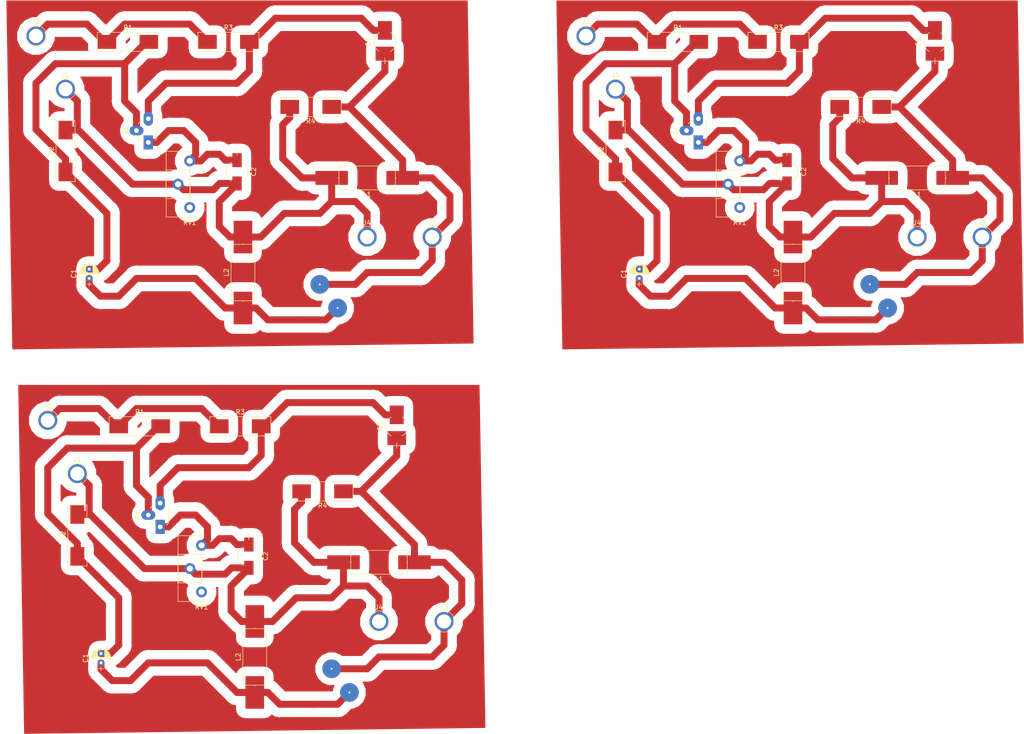
<source format=kicad_pcb>
(kicad_pcb (version 20171130) (host pcbnew "(5.0.1)-4")
  (layers (0 F.Cu signal) (31 B.Cu signal) (34 B.Paste user) (35 F.Paste user) (36 B.SilkS user) (37 F.SilkS user) (38 B.Mask user) (39 F.Mask user) (44 Edge.Cuts user))
  (net 0 "")
  (net 1 "Net-(C1-Pad2)")
  (net 2 "Net-(C1-Pad1)")
  (net 3 "Net-(C2-Pad1)")
  (net 4 "Net-(C3-Pad2)")
  (net 5 "Net-(C3-Pad1)")
  (net 6 "Net-(J1-Pad1)")
  (net 7 "Net-(RV1-Pad1)")
  (net 8 GND)
  (net 9 "Net-(J2-Pad1)")
  (module Inductors_THT:L_Axial_L12.0mm_D5.0mm_P15.24mm_Horizontal_Fastron_MISC (layer F.Cu) (at 118.11 142.24 180)
    (fp_text reference L1 (at 7.62 -3.56 180) (layer F.SilkS))
    (fp_text value L)
    (pad 1 smd rect (at 0 0 180) (size 7 3) (layers F.Cu F.Paste F.Mask))
    (pad 2 smd rect (at 15.24 0 180) (size 7 3) (layers F.Cu F.Paste F.Mask))
  )
  (module TO_SOT_Packages_THT:TO-92_Rugged (layer F.Cu) (at 63.5 134.62 90)
    (fp_text reference Q1 (at 2.54 -4.83 90) (layer F.SilkS))
    (fp_text value 2N3904)
    (pad 2 thru_hole oval (at 2.54 -2.54 180) (size 3 2) (drill 1) (layers *.Cu *.Mask))
    (pad 1 thru_hole rect (at 0 0 180) (size 2 3) (drill 1) (layers *.Cu *.Mask))
    (pad 3 thru_hole oval (at 5.08 0 180) (size 2 3) (drill 1) (layers *.Cu *.Mask))
  )
  (module Inductors_THT:L_Axial_L12.0mm_D5.0mm_P15.24mm_Horizontal_Fastron_MISC (layer F.Cu) (at 83.82 170.18 90)
    (fp_text reference L2 (at 7.62 -3.56 90) (layer F.SilkS))
    (fp_text value L)
    (pad 2 smd rect (at 15.24 0 90) (size 7 4) (layers F.Cu F.Paste F.Mask))
    (pad 1 smd rect (at 0 0 90) (size 7 4) (layers F.Cu F.Paste F.Mask))
  )
  (module Potentiometers:Potentiometer_Trimmer_ACP_CA14h2.5_Vertical_Px2.5mm_Py10.0mm (layer F.Cu) (at 72.39 148.59 180)
    (fp_text reference RV1 (at 0 -3.25 180) (layer F.SilkS))
    (fp_text value R_POT_Dual_Separate)
    (pad 3 thru_hole circle (at 0 10 180) (size 2.34 2.34) (drill 1.3) (layers *.Cu *.Mask))
    (pad 2 thru_hole circle (at 2.5 5 180) (size 2.34 2.34) (drill 1.3) (layers *.Cu *.Mask))
    (pad 1 thru_hole circle (at 0 0 180) (size 2.34 2.34) (drill 1.3) (layers *.Cu *.Mask))
  )
  (module Connectors:1pin (layer F.Cu) (at 39.37 111.76)
    (fp_text reference J2 (at 0 -3.048) (layer F.SilkS))
    (fp_text value Conn_01x01_Female)
    (pad 1 thru_hole circle (at 0 0) (size 4.064 4.064) (drill 3.048) (layers *.Cu *.Mask))
  )
  (module Connectors:1pin (layer F.Cu) (at 110.49 154.94)
    (fp_text reference J4 (at 0 -3.048) (layer F.SilkS))
    (fp_text value Conn_01x01_Female)
    (pad 1 thru_hole circle (at 0 0) (size 4.064 4.064) (drill 3.048) (layers *.Cu *.Mask))
  )
  (module Resistors_THT:R_Box_L13.0mm_W4.0mm_P9.00mm (layer F.Cu) (at 76.2 113.03)
    (fp_text reference R3 (at 4.5 -3.06) (layer F.SilkS))
    (fp_text value R)
    (pad 1 smd rect (at 0 0) (size 4 3) (layers F.Cu F.Paste F.Mask))
    (pad 2 smd rect (at 9 0) (size 4 3) (layers F.Cu F.Paste F.Mask))
  )
  (module Resistors_THT:R_Box_L13.0mm_W4.0mm_P9.00mm (layer F.Cu) (at 102.87 127 180)
    (fp_text reference R4 (at 4.5 -3.06 180) (layer F.SilkS))
    (fp_text value R)
    (pad 2 smd rect (at 9 0 180) (size 4 3) (layers F.Cu F.Paste F.Mask))
    (pad 1 smd rect (at 0 0 180) (size 4 3) (layers F.Cu F.Paste F.Mask))
  )
  (module Connectors:1pin (layer F.Cu) (at 45.72 123.19)
    (fp_text reference J1 (at 0 -3.048) (layer F.SilkS))
    (fp_text value Conn_01x01_Female)
    (pad 1 thru_hole circle (at 0 0) (size 4.064 4.064) (drill 3.048) (layers *.Cu *.Mask))
  )
  (module Resistors_THT:R_Box_L13.0mm_W4.0mm_P9.00mm (layer F.Cu) (at 45.72 140.97 90)
    (fp_text reference R2 (at 4.5 -3.06 90) (layer F.SilkS))
    (fp_text value R)
    (pad 2 smd rect (at 9 0 90) (size 4 3) (layers F.Cu F.Paste F.Mask))
    (pad 1 smd rect (at 0 0 90) (size 4 3) (layers F.Cu F.Paste F.Mask))
  )
  (module Resistors_THT:R_Box_L13.0mm_W4.0mm_P9.00mm (layer F.Cu) (at 54.61 113.03)
    (fp_text reference R1 (at 4.5 -3.06) (layer F.SilkS))
    (fp_text value R)
    (pad 1 smd rect (at 0 0) (size 4 3) (layers F.Cu F.Paste F.Mask))
    (pad 2 smd rect (at 9 0) (size 4 3) (layers F.Cu F.Paste F.Mask))
  )
  (module Capacitors_THT:CP_Radial_Tantal_D4.5mm_P5.00mm (layer F.Cu) (at 114.3 115.57 90)
    (fp_text reference C3 (at 2.5 -3.56 90) (layer F.SilkS))
    (fp_text value C)
    (pad 1 smd rect (at 0 0 90) (size 3 4) (layers F.Cu F.Paste F.Mask))
    (pad 2 smd rect (at 5 0 90) (size 4 3) (layers F.Cu F.Paste F.Mask))
  )
  (module Connectors:1pin (layer F.Cu) (at 124.46 154.94)
    (fp_text reference J3 (at 0 -3.048) (layer F.SilkS))
    (fp_text value Conn_01x01_Female)
    (pad 1 thru_hole circle (at 0 0) (size 4.064 4.064) (drill 3.048) (layers *.Cu *.Mask))
  )
  (module Capacitors_THT:CP_Radial_Tantal_D4.5mm_P5.00mm (layer F.Cu) (at 82.55 138.43 270)
    (fp_text reference C2 (at 2.5 -3.56 270) (layer F.SilkS))
    (fp_text value C)
    (pad 2 smd rect (at 5 0 270) (size 3 2) (layers F.Cu F.Paste F.Mask Dwgs.User))
    (pad 1 smd rect (at 0 0 270) (size 3 2) (layers F.Cu F.Paste F.Mask))
  )
  (module Capacitors_THT:CP_Radial_D4.0mm_P2.00mm (layer F.Cu) (at 50.8 163.83 90)
    (fp_text reference C1 (at 1 -3.31 90) (layer F.SilkS))
    (fp_text value C)
    (pad 1 thru_hole rect (at 0 0 90) (size 1.2 1.2) (drill 0.6) (layers *.Cu *.Mask))
    (pad 2 thru_hole rect (at 2 0 90) (size 1.2 1.2) (drill 0.6) (layers *.Cu *.Mask))
  )
  (module Inductors_THT:L_Axial_L12.0mm_D5.0mm_P15.24mm_Horizontal_Fastron_MISC (layer F.Cu) (at 233.68 59.69 180)
    (fp_text reference L1 (at 7.62 -3.56 180) (layer F.SilkS))
    (fp_text value L)
    (pad 1 smd rect (at 0 0 180) (size 7 3) (layers F.Cu F.Paste F.Mask))
    (pad 2 smd rect (at 15.24 0 180) (size 7 3) (layers F.Cu F.Paste F.Mask))
  )
  (module TO_SOT_Packages_THT:TO-92_Rugged (layer F.Cu) (at 179.07 52.07 90)
    (fp_text reference Q1 (at 2.54 -4.83 90) (layer F.SilkS))
    (fp_text value 2N3904)
    (pad 2 thru_hole oval (at 2.54 -2.54 180) (size 3 2) (drill 1) (layers *.Cu *.Mask))
    (pad 1 thru_hole rect (at 0 0 180) (size 2 3) (drill 1) (layers *.Cu *.Mask))
    (pad 3 thru_hole oval (at 5.08 0 180) (size 2 3) (drill 1) (layers *.Cu *.Mask))
  )
  (module Inductors_THT:L_Axial_L12.0mm_D5.0mm_P15.24mm_Horizontal_Fastron_MISC (layer F.Cu) (at 199.39 87.63 90)
    (fp_text reference L2 (at 7.62 -3.56 90) (layer F.SilkS))
    (fp_text value L)
    (pad 2 smd rect (at 15.24 0 90) (size 7 4) (layers F.Cu F.Paste F.Mask))
    (pad 1 smd rect (at 0 0 90) (size 7 4) (layers F.Cu F.Paste F.Mask))
  )
  (module Potentiometers:Potentiometer_Trimmer_ACP_CA14h2.5_Vertical_Px2.5mm_Py10.0mm (layer F.Cu) (at 187.96 66.04 180)
    (fp_text reference RV1 (at 0 -3.25 180) (layer F.SilkS))
    (fp_text value R_POT_Dual_Separate)
    (pad 3 thru_hole circle (at 0 10 180) (size 2.34 2.34) (drill 1.3) (layers *.Cu *.Mask))
    (pad 2 thru_hole circle (at 2.5 5 180) (size 2.34 2.34) (drill 1.3) (layers *.Cu *.Mask))
    (pad 1 thru_hole circle (at 0 0 180) (size 2.34 2.34) (drill 1.3) (layers *.Cu *.Mask))
  )
  (module Connectors:1pin (layer F.Cu) (at 154.94 29.21)
    (fp_text reference J2 (at 0 -3.048) (layer F.SilkS))
    (fp_text value Conn_01x01_Female)
    (pad 1 thru_hole circle (at 0 0) (size 4.064 4.064) (drill 3.048) (layers *.Cu *.Mask))
  )
  (module Connectors:1pin (layer F.Cu) (at 226.06 72.39)
    (fp_text reference J4 (at 0 -3.048) (layer F.SilkS))
    (fp_text value Conn_01x01_Female)
    (pad 1 thru_hole circle (at 0 0) (size 4.064 4.064) (drill 3.048) (layers *.Cu *.Mask))
  )
  (module Resistors_THT:R_Box_L13.0mm_W4.0mm_P9.00mm (layer F.Cu) (at 191.77 30.48)
    (fp_text reference R3 (at 4.5 -3.06) (layer F.SilkS))
    (fp_text value R)
    (pad 1 smd rect (at 0 0) (size 4 3) (layers F.Cu F.Paste F.Mask))
    (pad 2 smd rect (at 9 0) (size 4 3) (layers F.Cu F.Paste F.Mask))
  )
  (module Resistors_THT:R_Box_L13.0mm_W4.0mm_P9.00mm (layer F.Cu) (at 218.44 44.45 180)
    (fp_text reference R4 (at 4.5 -3.06 180) (layer F.SilkS))
    (fp_text value R)
    (pad 2 smd rect (at 9 0 180) (size 4 3) (layers F.Cu F.Paste F.Mask))
    (pad 1 smd rect (at 0 0 180) (size 4 3) (layers F.Cu F.Paste F.Mask))
  )
  (module Connectors:1pin (layer F.Cu) (at 161.29 40.64)
    (fp_text reference J1 (at 0 -3.048) (layer F.SilkS))
    (fp_text value Conn_01x01_Female)
    (pad 1 thru_hole circle (at 0 0) (size 4.064 4.064) (drill 3.048) (layers *.Cu *.Mask))
  )
  (module Resistors_THT:R_Box_L13.0mm_W4.0mm_P9.00mm (layer F.Cu) (at 161.29 58.42 90)
    (fp_text reference R2 (at 4.5 -3.06 90) (layer F.SilkS))
    (fp_text value R)
    (pad 2 smd rect (at 9 0 90) (size 4 3) (layers F.Cu F.Paste F.Mask))
    (pad 1 smd rect (at 0 0 90) (size 4 3) (layers F.Cu F.Paste F.Mask))
  )
  (module Resistors_THT:R_Box_L13.0mm_W4.0mm_P9.00mm (layer F.Cu) (at 170.18 30.48)
    (fp_text reference R1 (at 4.5 -3.06) (layer F.SilkS))
    (fp_text value R)
    (pad 1 smd rect (at 0 0) (size 4 3) (layers F.Cu F.Paste F.Mask))
    (pad 2 smd rect (at 9 0) (size 4 3) (layers F.Cu F.Paste F.Mask))
  )
  (module Capacitors_THT:CP_Radial_Tantal_D4.5mm_P5.00mm (layer F.Cu) (at 229.87 33.02 90)
    (fp_text reference C3 (at 2.5 -3.56 90) (layer F.SilkS))
    (fp_text value C)
    (pad 1 smd rect (at 0 0 90) (size 3 4) (layers F.Cu F.Paste F.Mask))
    (pad 2 smd rect (at 5 0 90) (size 4 3) (layers F.Cu F.Paste F.Mask))
  )
  (module Connectors:1pin (layer F.Cu) (at 240.03 72.39)
    (fp_text reference J3 (at 0 -3.048) (layer F.SilkS))
    (fp_text value Conn_01x01_Female)
    (pad 1 thru_hole circle (at 0 0) (size 4.064 4.064) (drill 3.048) (layers *.Cu *.Mask))
  )
  (module Capacitors_THT:CP_Radial_Tantal_D4.5mm_P5.00mm (layer F.Cu) (at 198.12 55.88 270)
    (fp_text reference C2 (at 2.5 -3.56 270) (layer F.SilkS))
    (fp_text value C)
    (pad 2 smd rect (at 5 0 270) (size 3 2) (layers F.Cu F.Paste F.Mask Dwgs.User))
    (pad 1 smd rect (at 0 0 270) (size 3 2) (layers F.Cu F.Paste F.Mask))
  )
  (module Capacitors_THT:CP_Radial_D4.0mm_P2.00mm (layer F.Cu) (at 166.37 81.28 90)
    (fp_text reference C1 (at 1 -3.31 90) (layer F.SilkS))
    (fp_text value C)
    (pad 1 thru_hole rect (at 0 0 90) (size 1.2 1.2) (drill 0.6) (layers *.Cu *.Mask))
    (pad 2 thru_hole rect (at 2 0 90) (size 1.2 1.2) (drill 0.6) (layers *.Cu *.Mask))
  )
  (module Inductors_THT:L_Axial_L12.0mm_D5.0mm_P15.24mm_Horizontal_Fastron_MISC (layer F.Cu) (at 115.57 59.69 180)
    (fp_text reference L1 (at 7.62 -3.56 180) (layer F.SilkS))
    (fp_text value L)
    (pad 2 smd rect (at 15.24 0 180) (size 7 3) (layers F.Cu F.Paste F.Mask) (net 8 GND))
    (pad 1 smd rect (at 0 0 180) (size 7 3) (layers F.Cu F.Paste F.Mask) (net 5 "Net-(C3-Pad1)"))
  )
  (module Connectors:1pin (layer F.Cu) (at 121.92 72.39)
    (fp_text reference J3 (at 0 -3.048) (layer F.SilkS))
    (fp_text value Conn_01x01_Female)
    (pad 1 thru_hole circle (at 0 0) (size 4.064 4.064) (drill 3.048) (layers *.Cu *.Mask) (net 5 "Net-(C3-Pad1)"))
  )
  (module Capacitors_THT:CP_Radial_D4.0mm_P2.00mm (layer F.Cu) (at 48.26 81.28 90)
    (fp_text reference C1 (at 1 -3.31 90) (layer F.SilkS))
    (fp_text value C)
    (pad 2 thru_hole rect (at 2 0 90) (size 1.2 1.2) (drill 0.6) (layers *.Cu *.Mask) (net 1 "Net-(C1-Pad2)"))
    (pad 1 thru_hole rect (at 0 0 90) (size 1.2 1.2) (drill 0.6) (layers *.Cu *.Mask) (net 2 "Net-(C1-Pad1)"))
  )
  (module Capacitors_THT:CP_Radial_Tantal_D4.5mm_P5.00mm (layer F.Cu) (at 80.01 55.88 270)
    (fp_text reference C2 (at 2.5 -3.56 270) (layer F.SilkS))
    (fp_text value C)
    (pad 1 smd rect (at 0 0 270) (size 3 2) (layers F.Cu F.Paste F.Mask) (net 3 "Net-(C2-Pad1)"))
    (pad 2 smd rect (at 5 0 270) (size 3 2) (layers F.Cu F.Paste F.Mask Dwgs.User) (net 8 GND))
  )
  (module Capacitors_THT:CP_Radial_Tantal_D4.5mm_P5.00mm (layer F.Cu) (at 111.76 33.02 90)
    (fp_text reference C3 (at 2.5 -3.56 90) (layer F.SilkS))
    (fp_text value C)
    (pad 2 smd rect (at 5 0 90) (size 4 3) (layers F.Cu F.Paste F.Mask) (net 4 "Net-(C3-Pad2)"))
    (pad 1 smd rect (at 0 0 90) (size 3 4) (layers F.Cu F.Paste F.Mask) (net 5 "Net-(C3-Pad1)"))
  )
  (module TO_SOT_Packages_THT:TO-92_Rugged (layer F.Cu) (at 60.96 52.07 90)
    (fp_text reference Q1 (at 2.54 -4.83 90) (layer F.SilkS))
    (fp_text value 2N3904)
    (pad 3 thru_hole oval (at 5.08 0 180) (size 2 3) (drill 1) (layers *.Cu *.Mask) (net 4 "Net-(C3-Pad2)"))
    (pad 1 thru_hole rect (at 0 0 180) (size 2 3) (drill 1) (layers *.Cu *.Mask) (net 3 "Net-(C2-Pad1)"))
    (pad 2 thru_hole oval (at 2.54 -2.54 180) (size 3 2) (drill 1) (layers *.Cu *.Mask) (net 1 "Net-(C1-Pad2)"))
  )
  (module Resistors_THT:R_Box_L13.0mm_W4.0mm_P9.00mm (layer F.Cu) (at 52.07 30.48)
    (fp_text reference R1 (at 4.5 -3.06) (layer F.SilkS))
    (fp_text value R)
    (pad 2 smd rect (at 9 0) (size 4 3) (layers F.Cu F.Paste F.Mask) (net 1 "Net-(C1-Pad2)"))
    (pad 1 smd rect (at 0 0) (size 4 3) (layers F.Cu F.Paste F.Mask) (net 6 "Net-(J1-Pad1)"))
  )
  (module Resistors_THT:R_Box_L13.0mm_W4.0mm_P9.00mm (layer F.Cu) (at 43.18 58.42 90)
    (fp_text reference R2 (at 4.5 -3.06 90) (layer F.SilkS))
    (fp_text value R)
    (pad 1 smd rect (at 0 0 90) (size 4 3) (layers F.Cu F.Paste F.Mask) (net 1 "Net-(C1-Pad2)"))
    (pad 2 smd rect (at 9 0 90) (size 4 3) (layers F.Cu F.Paste F.Mask) (net 8 GND))
  )
  (module Resistors_THT:R_Box_L13.0mm_W4.0mm_P9.00mm (layer F.Cu) (at 73.66 30.48)
    (fp_text reference R3 (at 4.5 -3.06) (layer F.SilkS))
    (fp_text value R)
    (pad 2 smd rect (at 9 0) (size 4 3) (layers F.Cu F.Paste F.Mask) (net 4 "Net-(C3-Pad2)"))
    (pad 1 smd rect (at 0 0) (size 4 3) (layers F.Cu F.Paste F.Mask) (net 6 "Net-(J1-Pad1)"))
  )
  (module Resistors_THT:R_Box_L13.0mm_W4.0mm_P9.00mm (layer F.Cu) (at 100.33 44.45 180)
    (fp_text reference R4 (at 4.5 -3.06 180) (layer F.SilkS))
    (fp_text value R)
    (pad 1 smd rect (at 0 0 180) (size 4 3) (layers F.Cu F.Paste F.Mask) (net 5 "Net-(C3-Pad1)"))
    (pad 2 smd rect (at 9 0 180) (size 4 3) (layers F.Cu F.Paste F.Mask) (net 8 GND))
  )
  (module Potentiometers:Potentiometer_Trimmer_ACP_CA14h2.5_Vertical_Px2.5mm_Py10.0mm (layer F.Cu) (at 69.85 66.04 180)
    (fp_text reference RV1 (at 0 -3.25 180) (layer F.SilkS))
    (fp_text value R_POT_Dual_Separate)
    (pad 1 thru_hole circle (at 0 0 180) (size 2.34 2.34) (drill 1.3) (layers *.Cu *.Mask) (net 7 "Net-(RV1-Pad1)"))
    (pad 2 thru_hole circle (at 2.5 5 180) (size 2.34 2.34) (drill 1.3) (layers *.Cu *.Mask) (net 8 GND))
    (pad 3 thru_hole circle (at 0 10 180) (size 2.34 2.34) (drill 1.3) (layers *.Cu *.Mask) (net 3 "Net-(C2-Pad1)"))
  )
  (module Inductors_THT:L_Axial_L12.0mm_D5.0mm_P15.24mm_Horizontal_Fastron_MISC (layer F.Cu) (at 81.28 87.63 90)
    (fp_text reference L2 (at 7.62 -3.56 90) (layer F.SilkS))
    (fp_text value L)
    (pad 1 smd rect (at 0 0 90) (size 7 4) (layers F.Cu F.Paste F.Mask) (net 2 "Net-(C1-Pad1)"))
    (pad 2 smd rect (at 15.24 0 90) (size 7 4) (layers F.Cu F.Paste F.Mask) (net 8 GND))
  )
  (module Connectors:1pin (layer F.Cu) (at 43.18 40.64)
    (fp_text reference J1 (at 0 -3.048) (layer F.SilkS))
    (fp_text value Conn_01x01_Female)
    (pad 1 thru_hole circle (at 0 0) (size 4.064 4.064) (drill 3.048) (layers *.Cu *.Mask) (net 8 GND))
  )
  (module Connectors:1pin (layer F.Cu) (at 36.83 29.21)
    (fp_text reference J2 (at 0 -3.048) (layer F.SilkS))
    (fp_text value Conn_01x01_Female)
    (pad 1 thru_hole circle (at 0 0) (size 4.064 4.064) (drill 3.048) (layers *.Cu *.Mask) (net 9 "Net-(J2-Pad1)"))
  )
  (module Connectors:1pin (layer F.Cu) (at 107.95 72.39)
    (fp_text reference J4 (at 0 -3.048) (layer F.SilkS))
    (fp_text value Conn_01x01_Female)
    (pad 1 thru_hole circle (at 0 0) (size 4.064 4.064) (drill 3.048) (layers *.Cu *.Mask) (net 8 GND))
  )
  (segment (start 173.99 35.67) (end 173.88 35.56) (width 0.4) (layer F.Cu) (net 0))
  (segment (start 161.29 55.62) (end 161.29 58.42) (width 1.5) (layer F.Cu) (net 0))
  (segment (start 154.94 39.37) (end 154.94 49.27) (width 1.5) (layer F.Cu) (net 0))
  (segment (start 159.14 35.17) (end 154.94 39.37) (width 1.5) (layer F.Cu) (net 0))
  (segment (start 178.68 30.48) (end 179.18 30.48) (width 0.8) (layer F.Cu) (net 0))
  (segment (start 173.99 35.17) (end 159.14 35.17) (width 1.5) (layer F.Cu) (net 0))
  (segment (start 176.53 45.72) (end 173.99 43.18) (width 1.5) (layer F.Cu) (net 0))
  (segment (start 173.99 35.17) (end 178.68 30.48) (width 1.5) (layer F.Cu) (net 0))
  (segment (start 154.94 49.27) (end 161.29 55.62) (width 1.5) (layer F.Cu) (net 0))
  (segment (start 176.53 49.53) (end 176.53 45.72) (width 1.5) (layer F.Cu) (net 0))
  (segment (start 173.99 43.18) (end 173.99 35.17) (width 1.5) (layer F.Cu) (net 0))
  (segment (start 168.37 79.28) (end 166.37 79.28) (width 1.5) (layer F.Cu) (net 0))
  (segment (start 170.18 67.31) (end 170.18 77.47) (width 1.5) (layer F.Cu) (net 0))
  (segment (start 170.18 77.47) (end 168.37 79.28) (width 1.5) (layer F.Cu) (net 0))
  (segment (start 161.29 58.42) (end 170.18 67.31) (width 1.5) (layer F.Cu) (net 0))
  (segment (start 198.12 86.36) (end 199.39 87.63) (width 0.4) (layer F.Cu) (net 0))
  (segment (start 195.58 87.63) (end 189.23 81.28) (width 1.5) (layer F.Cu) (net 0))
  (segment (start 189.23 81.28) (end 176.53 81.28) (width 1.5) (layer F.Cu) (net 0))
  (segment (start 199.39 87.63) (end 202.19 87.63) (width 1.5) (layer F.Cu) (net 0))
  (segment (start 166.37 82.68) (end 168.78 85.09) (width 1.5) (layer F.Cu) (net 0))
  (segment (start 202.19 87.63) (end 204.73 90.17) (width 1.5) (layer F.Cu) (net 0))
  (segment (start 166.37 81.28) (end 166.37 82.68) (width 1.5) (layer F.Cu) (net 0))
  (segment (start 204.73 90.17) (end 212.09 90.17) (width 1.5) (layer F.Cu) (net 0))
  (segment (start 176.53 81.28) (end 172.72 85.09) (width 1.5) (layer F.Cu) (net 0))
  (segment (start 172.72 85.09) (end 168.78 85.09) (width 1.5) (layer F.Cu) (net 0))
  (segment (start 199.39 87.63) (end 195.58 87.63) (width 1.5) (layer F.Cu) (net 0))
  (via (at 219.71 87.63) (size 4) (drill 0.4) (layers F.Cu B.Cu) (net 0))
  (segment (start 217.17 90.17) (end 219.71 87.63) (width 1.5) (layer F.Cu) (net 0))
  (segment (start 212.09 90.17) (end 217.17 90.17) (width 1.5) (layer F.Cu) (net 0))
  (segment (start 194.31 54.61) (end 195.58 55.88) (width 1.5) (layer F.Cu) (net 0))
  (segment (start 180.87 52.07) (end 183.41 49.53) (width 1.5) (layer F.Cu) (net 0))
  (segment (start 179.07 52.07) (end 180.87 52.07) (width 1.5) (layer F.Cu) (net 0))
  (segment (start 191.77 54.61) (end 194.31 54.61) (width 1.5) (layer F.Cu) (net 0))
  (segment (start 190.34 56.04) (end 191.77 54.61) (width 1.5) (layer F.Cu) (net 0))
  (segment (start 195.58 55.88) (end 198.12 55.88) (width 1.5) (layer F.Cu) (net 0))
  (segment (start 187.96 56.04) (end 190.34 56.04) (width 1.5) (layer F.Cu) (net 0))
  (segment (start 186.69 49.53) (end 189.23 52.07) (width 1.5) (layer F.Cu) (net 0))
  (segment (start 183.41 49.53) (end 186.69 49.53) (width 1.5) (layer F.Cu) (net 0))
  (segment (start 189.23 54.77) (end 187.96 56.04) (width 1.5) (layer F.Cu) (net 0))
  (segment (start 189.23 52.07) (end 189.23 54.77) (width 1.5) (layer F.Cu) (net 0))
  (segment (start 206.35 25.4) (end 224.79 25.4) (width 1.5) (layer F.Cu) (net 0))
  (segment (start 224.79 25.4) (end 227.41 28.02) (width 1.5) (layer F.Cu) (net 0))
  (segment (start 201.27 30.48) (end 206.35 25.4) (width 1.5) (layer F.Cu) (net 0))
  (segment (start 200.77 30.48) (end 201.27 30.48) (width 0.8) (layer F.Cu) (net 0))
  (segment (start 227.41 28.02) (end 229.87 28.02) (width 1.5) (layer F.Cu) (net 0))
  (segment (start 198.12 39.37) (end 200.77 36.72) (width 1.5) (layer F.Cu) (net 0))
  (segment (start 200.77 36.72) (end 200.77 30.48) (width 1.5) (layer F.Cu) (net 0))
  (segment (start 179.07 46.99) (end 179.07 43.18) (width 1.5) (layer F.Cu) (net 0))
  (segment (start 182.88 39.37) (end 198.12 39.37) (width 1.5) (layer F.Cu) (net 0))
  (segment (start 179.07 43.18) (end 182.88 39.37) (width 1.5) (layer F.Cu) (net 0))
  (segment (start 215.9 82.55) (end 223.52 82.55) (width 1.5) (layer F.Cu) (net 0))
  (segment (start 240.03 77.47) (end 240.03 72.39) (width 1.5) (layer F.Cu) (net 0))
  (segment (start 243.84 68.58) (end 240.03 72.39) (width 1.5) (layer F.Cu) (net 0))
  (segment (start 243.84 63.5) (end 243.84 68.58) (width 1.5) (layer F.Cu) (net 0))
  (segment (start 240.03 59.69) (end 243.84 63.5) (width 1.5) (layer F.Cu) (net 0))
  (via (at 215.9 82.55) (size 4) (drill 0.4) (layers F.Cu B.Cu) (net 0))
  (segment (start 229.87 36.83) (end 229.87 33.02) (width 1.5) (layer F.Cu) (net 0))
  (segment (start 222.25 44.45) (end 229.87 36.83) (width 1.5) (layer F.Cu) (net 0))
  (segment (start 222.25 44.45) (end 218.44 44.45) (width 1.5) (layer F.Cu) (net 0))
  (segment (start 229.87 52.07) (end 222.25 44.45) (width 1.5) (layer F.Cu) (net 0))
  (segment (start 233.68 55.88) (end 229.87 52.07) (width 1.5) (layer F.Cu) (net 0))
  (segment (start 233.68 59.69) (end 233.68 55.88) (width 1.5) (layer F.Cu) (net 0))
  (segment (start 233.68 59.69) (end 240.03 59.69) (width 1.5) (layer F.Cu) (net 0))
  (segment (start 223.52 82.55) (end 226.06 80.01) (width 1.5) (layer F.Cu) (net 0))
  (segment (start 226.06 80.01) (end 237.49 80.01) (width 1.5) (layer F.Cu) (net 0))
  (segment (start 215.9 82.55) (end 215.9 82.55) (width 1.5) (layer F.Cu) (net 0))
  (segment (start 237.49 80.01) (end 240.03 77.47) (width 1.5) (layer F.Cu) (net 0))
  (segment (start 187.96 26.67) (end 191.77 30.48) (width 1.5) (layer F.Cu) (net 0))
  (segment (start 170.18 30.48) (end 173.99 26.67) (width 1.5) (layer F.Cu) (net 0))
  (segment (start 173.99 26.67) (end 187.96 26.67) (width 1.5) (layer F.Cu) (net 0))
  (segment (start 170.18 30.48) (end 169.68 30.48) (width 0.8) (layer F.Cu) (net 0))
  (segment (start 157.48 26.67) (end 154.94 29.21) (width 1.5) (layer F.Cu) (net 0))
  (segment (start 165.87 26.67) (end 157.48 26.67) (width 1.5) (layer F.Cu) (net 0))
  (segment (start 169.68 30.48) (end 165.87 26.67) (width 1.5) (layer F.Cu) (net 0))
  (segment (start 215.9 67.31) (end 218.44 64.77) (width 1.5) (layer F.Cu) (net 0))
  (segment (start 208.28 67.31) (end 215.9 67.31) (width 1.5) (layer F.Cu) (net 0))
  (segment (start 185.46 61.04) (end 175.69 61.04) (width 1.5) (layer F.Cu) (net 0))
  (segment (start 209.44 46.75) (end 207.93 48.26) (width 1.5) (layer F.Cu) (net 0))
  (segment (start 186.65 62.23) (end 187.96 62.23) (width 1.5) (layer F.Cu) (net 0))
  (segment (start 175.69 61.04) (end 163.83 49.18) (width 1.5) (layer F.Cu) (net 0))
  (segment (start 226.06 67.31) (end 223.52 64.77) (width 1.5) (layer F.Cu) (net 0))
  (segment (start 194.31 70.11) (end 194.31 64.77) (width 1.5) (layer F.Cu) (net 0))
  (segment (start 196.59 72.39) (end 194.31 70.11) (width 1.5) (layer F.Cu) (net 0))
  (segment (start 198.12 60.96) (end 198.12 60.88) (width 0.8) (layer F.Cu) (net 0))
  (segment (start 226.06 72.39) (end 226.06 67.31) (width 1.5) (layer F.Cu) (net 0))
  (segment (start 199.39 72.39) (end 196.59 72.39) (width 1.5) (layer F.Cu) (net 0))
  (segment (start 194.31 64.77) (end 198.12 60.96) (width 1.5) (layer F.Cu) (net 0))
  (segment (start 223.52 64.77) (end 218.44 64.77) (width 1.5) (layer F.Cu) (net 0))
  (segment (start 209.44 44.45) (end 209.44 46.75) (width 1.5) (layer F.Cu) (net 0))
  (segment (start 207.93 48.26) (end 207.93 55.53) (width 1.5) (layer F.Cu) (net 0))
  (segment (start 187.96 62.23) (end 193.04 62.23) (width 1.5) (layer F.Cu) (net 0))
  (segment (start 194.39 60.88) (end 198.12 60.88) (width 1.5) (layer F.Cu) (net 0))
  (segment (start 193.04 62.23) (end 194.39 60.88) (width 1.5) (layer F.Cu) (net 0))
  (segment (start 198.12 60.88) (end 198.12 61.38) (width 0.8) (layer F.Cu) (net 0))
  (segment (start 218.44 64.77) (end 218.44 59.69) (width 1.5) (layer F.Cu) (net 0))
  (segment (start 207.93 55.53) (end 212.09 59.69) (width 1.5) (layer F.Cu) (net 0))
  (segment (start 212.09 59.69) (end 218.44 59.69) (width 1.5) (layer F.Cu) (net 0))
  (segment (start 217.44 59.69) (end 218.44 59.69) (width 0.8) (layer F.Cu) (net 0))
  (segment (start 203.2 72.39) (end 208.28 67.31) (width 1.5) (layer F.Cu) (net 0))
  (segment (start 199.39 72.39) (end 203.2 72.39) (width 1.5) (layer F.Cu) (net 0))
  (segment (start 187.939999 62.209999) (end 187.96 62.23) (width 0.8) (layer F.Cu) (net 0))
  (segment (start 163.83 49.18) (end 163.59 49.42) (width 0.8) (layer F.Cu) (net 0))
  (segment (start 163.83 43.18) (end 163.83 49.18) (width 1.5) (layer F.Cu) (net 0))
  (segment (start 163.59 49.42) (end 161.29 49.42) (width 1.5) (layer F.Cu) (net 0))
  (segment (start 161.29 40.64) (end 163.83 43.18) (width 1.5) (layer F.Cu) (net 0))
  (segment (start 199.39 71.89) (end 199.39 72.39) (width 0.8) (layer F.Cu) (net 0))
  (segment (start 185.46 61.04) (end 186.629999 62.209999) (width 1.5) (layer F.Cu) (net 0))
  (segment (start 58.42 118.22) (end 58.31 118.11) (width 0.4) (layer F.Cu) (net 0))
  (segment (start 45.72 138.17) (end 45.72 140.97) (width 1.5) (layer F.Cu) (net 0))
  (segment (start 39.37 121.92) (end 39.37 131.82) (width 1.5) (layer F.Cu) (net 0))
  (segment (start 43.57 117.72) (end 39.37 121.92) (width 1.5) (layer F.Cu) (net 0))
  (segment (start 63.11 113.03) (end 63.61 113.03) (width 0.8) (layer F.Cu) (net 0))
  (segment (start 58.42 117.72) (end 43.57 117.72) (width 1.5) (layer F.Cu) (net 0))
  (segment (start 60.96 128.27) (end 58.42 125.73) (width 1.5) (layer F.Cu) (net 0))
  (segment (start 58.42 117.72) (end 63.11 113.03) (width 1.5) (layer F.Cu) (net 0))
  (segment (start 39.37 131.82) (end 45.72 138.17) (width 1.5) (layer F.Cu) (net 0))
  (segment (start 60.96 132.08) (end 60.96 128.27) (width 1.5) (layer F.Cu) (net 0))
  (segment (start 58.42 125.73) (end 58.42 117.72) (width 1.5) (layer F.Cu) (net 0))
  (segment (start 52.8 161.83) (end 50.8 161.83) (width 1.5) (layer F.Cu) (net 0))
  (segment (start 54.61 149.86) (end 54.61 160.02) (width 1.5) (layer F.Cu) (net 0))
  (segment (start 54.61 160.02) (end 52.8 161.83) (width 1.5) (layer F.Cu) (net 0))
  (segment (start 45.72 140.97) (end 54.61 149.86) (width 1.5) (layer F.Cu) (net 0))
  (segment (start 82.55 168.91) (end 83.82 170.18) (width 0.4) (layer F.Cu) (net 0))
  (segment (start 80.01 170.18) (end 73.66 163.83) (width 1.5) (layer F.Cu) (net 0))
  (segment (start 73.66 163.83) (end 60.96 163.83) (width 1.5) (layer F.Cu) (net 0))
  (segment (start 83.82 170.18) (end 86.62 170.18) (width 1.5) (layer F.Cu) (net 0))
  (segment (start 50.8 165.23) (end 53.21 167.64) (width 1.5) (layer F.Cu) (net 0))
  (segment (start 86.62 170.18) (end 89.16 172.72) (width 1.5) (layer F.Cu) (net 0))
  (segment (start 50.8 163.83) (end 50.8 165.23) (width 1.5) (layer F.Cu) (net 0))
  (segment (start 89.16 172.72) (end 96.52 172.72) (width 1.5) (layer F.Cu) (net 0))
  (segment (start 60.96 163.83) (end 57.15 167.64) (width 1.5) (layer F.Cu) (net 0))
  (segment (start 57.15 167.64) (end 53.21 167.64) (width 1.5) (layer F.Cu) (net 0))
  (segment (start 83.82 170.18) (end 80.01 170.18) (width 1.5) (layer F.Cu) (net 0))
  (via (at 104.14 170.18) (size 4) (drill 0.4) (layers F.Cu B.Cu) (net 0))
  (segment (start 101.6 172.72) (end 104.14 170.18) (width 1.5) (layer F.Cu) (net 0))
  (segment (start 96.52 172.72) (end 101.6 172.72) (width 1.5) (layer F.Cu) (net 0))
  (segment (start 78.74 137.16) (end 80.01 138.43) (width 1.5) (layer F.Cu) (net 0))
  (segment (start 65.3 134.62) (end 67.84 132.08) (width 1.5) (layer F.Cu) (net 0))
  (segment (start 63.5 134.62) (end 65.3 134.62) (width 1.5) (layer F.Cu) (net 0))
  (segment (start 76.2 137.16) (end 78.74 137.16) (width 1.5) (layer F.Cu) (net 0))
  (segment (start 74.77 138.59) (end 76.2 137.16) (width 1.5) (layer F.Cu) (net 0))
  (segment (start 80.01 138.43) (end 82.55 138.43) (width 1.5) (layer F.Cu) (net 0))
  (segment (start 72.39 138.59) (end 74.77 138.59) (width 1.5) (layer F.Cu) (net 0))
  (segment (start 71.12 132.08) (end 73.66 134.62) (width 1.5) (layer F.Cu) (net 0))
  (segment (start 67.84 132.08) (end 71.12 132.08) (width 1.5) (layer F.Cu) (net 0))
  (segment (start 73.66 137.32) (end 72.39 138.59) (width 1.5) (layer F.Cu) (net 0))
  (segment (start 73.66 134.62) (end 73.66 137.32) (width 1.5) (layer F.Cu) (net 0))
  (segment (start 90.78 107.95) (end 109.22 107.95) (width 1.5) (layer F.Cu) (net 0))
  (segment (start 109.22 107.95) (end 111.84 110.57) (width 1.5) (layer F.Cu) (net 0))
  (segment (start 85.7 113.03) (end 90.78 107.95) (width 1.5) (layer F.Cu) (net 0))
  (segment (start 85.2 113.03) (end 85.7 113.03) (width 0.8) (layer F.Cu) (net 0))
  (segment (start 111.84 110.57) (end 114.3 110.57) (width 1.5) (layer F.Cu) (net 0))
  (segment (start 82.55 121.92) (end 85.2 119.27) (width 1.5) (layer F.Cu) (net 0))
  (segment (start 85.2 119.27) (end 85.2 113.03) (width 1.5) (layer F.Cu) (net 0))
  (segment (start 63.5 129.54) (end 63.5 125.73) (width 1.5) (layer F.Cu) (net 0))
  (segment (start 67.31 121.92) (end 82.55 121.92) (width 1.5) (layer F.Cu) (net 0))
  (segment (start 63.5 125.73) (end 67.31 121.92) (width 1.5) (layer F.Cu) (net 0))
  (segment (start 100.33 165.1) (end 107.95 165.1) (width 1.5) (layer F.Cu) (net 0))
  (segment (start 124.46 160.02) (end 124.46 154.94) (width 1.5) (layer F.Cu) (net 0))
  (segment (start 128.27 151.13) (end 124.46 154.94) (width 1.5) (layer F.Cu) (net 0))
  (segment (start 128.27 146.05) (end 128.27 151.13) (width 1.5) (layer F.Cu) (net 0))
  (segment (start 124.46 142.24) (end 128.27 146.05) (width 1.5) (layer F.Cu) (net 0))
  (via (at 100.33 165.1) (size 4) (drill 0.4) (layers F.Cu B.Cu) (net 0))
  (segment (start 114.3 119.38) (end 114.3 115.57) (width 1.5) (layer F.Cu) (net 0))
  (segment (start 106.68 127) (end 114.3 119.38) (width 1.5) (layer F.Cu) (net 0))
  (segment (start 106.68 127) (end 102.87 127) (width 1.5) (layer F.Cu) (net 0))
  (segment (start 114.3 134.62) (end 106.68 127) (width 1.5) (layer F.Cu) (net 0))
  (segment (start 118.11 138.43) (end 114.3 134.62) (width 1.5) (layer F.Cu) (net 0))
  (segment (start 118.11 142.24) (end 118.11 138.43) (width 1.5) (layer F.Cu) (net 0))
  (segment (start 118.11 142.24) (end 124.46 142.24) (width 1.5) (layer F.Cu) (net 0))
  (segment (start 107.95 165.1) (end 110.49 162.56) (width 1.5) (layer F.Cu) (net 0))
  (segment (start 110.49 162.56) (end 121.92 162.56) (width 1.5) (layer F.Cu) (net 0))
  (segment (start 100.33 165.1) (end 100.33 165.1) (width 1.5) (layer F.Cu) (net 0))
  (segment (start 121.92 162.56) (end 124.46 160.02) (width 1.5) (layer F.Cu) (net 0))
  (segment (start 72.39 109.22) (end 76.2 113.03) (width 1.5) (layer F.Cu) (net 0))
  (segment (start 54.61 113.03) (end 58.42 109.22) (width 1.5) (layer F.Cu) (net 0))
  (segment (start 58.42 109.22) (end 72.39 109.22) (width 1.5) (layer F.Cu) (net 0))
  (segment (start 54.61 113.03) (end 54.11 113.03) (width 0.8) (layer F.Cu) (net 0))
  (segment (start 41.91 109.22) (end 39.37 111.76) (width 1.5) (layer F.Cu) (net 0))
  (segment (start 50.3 109.22) (end 41.91 109.22) (width 1.5) (layer F.Cu) (net 0))
  (segment (start 54.11 113.03) (end 50.3 109.22) (width 1.5) (layer F.Cu) (net 0))
  (segment (start 100.33 149.86) (end 102.87 147.32) (width 1.5) (layer F.Cu) (net 0))
  (segment (start 92.71 149.86) (end 100.33 149.86) (width 1.5) (layer F.Cu) (net 0))
  (segment (start 69.89 143.59) (end 60.12 143.59) (width 1.5) (layer F.Cu) (net 0))
  (segment (start 93.87 129.3) (end 92.36 130.81) (width 1.5) (layer F.Cu) (net 0))
  (segment (start 71.08 144.78) (end 72.39 144.78) (width 1.5) (layer F.Cu) (net 0))
  (segment (start 60.12 143.59) (end 48.26 131.73) (width 1.5) (layer F.Cu) (net 0))
  (segment (start 110.49 149.86) (end 107.95 147.32) (width 1.5) (layer F.Cu) (net 0))
  (segment (start 78.74 152.66) (end 78.74 147.32) (width 1.5) (layer F.Cu) (net 0))
  (segment (start 81.02 154.94) (end 78.74 152.66) (width 1.5) (layer F.Cu) (net 0))
  (segment (start 82.55 143.51) (end 82.55 143.43) (width 0.8) (layer F.Cu) (net 0))
  (segment (start 110.49 154.94) (end 110.49 149.86) (width 1.5) (layer F.Cu) (net 0))
  (segment (start 83.82 154.94) (end 81.02 154.94) (width 1.5) (layer F.Cu) (net 0))
  (segment (start 78.74 147.32) (end 82.55 143.51) (width 1.5) (layer F.Cu) (net 0))
  (segment (start 107.95 147.32) (end 102.87 147.32) (width 1.5) (layer F.Cu) (net 0))
  (segment (start 93.87 127) (end 93.87 129.3) (width 1.5) (layer F.Cu) (net 0))
  (segment (start 92.36 130.81) (end 92.36 138.08) (width 1.5) (layer F.Cu) (net 0))
  (segment (start 72.39 144.78) (end 77.47 144.78) (width 1.5) (layer F.Cu) (net 0))
  (segment (start 78.82 143.43) (end 82.55 143.43) (width 1.5) (layer F.Cu) (net 0))
  (segment (start 77.47 144.78) (end 78.82 143.43) (width 1.5) (layer F.Cu) (net 0))
  (segment (start 82.55 143.43) (end 82.55 143.93) (width 0.8) (layer F.Cu) (net 0))
  (segment (start 102.87 147.32) (end 102.87 142.24) (width 1.5) (layer F.Cu) (net 0))
  (segment (start 92.36 138.08) (end 96.52 142.24) (width 1.5) (layer F.Cu) (net 0))
  (segment (start 96.52 142.24) (end 102.87 142.24) (width 1.5) (layer F.Cu) (net 0))
  (segment (start 101.87 142.24) (end 102.87 142.24) (width 0.8) (layer F.Cu) (net 0))
  (segment (start 87.63 154.94) (end 92.71 149.86) (width 1.5) (layer F.Cu) (net 0))
  (segment (start 83.82 154.94) (end 87.63 154.94) (width 1.5) (layer F.Cu) (net 0))
  (segment (start 72.369999 144.759999) (end 72.39 144.78) (width 0.8) (layer F.Cu) (net 0))
  (segment (start 48.26 131.73) (end 48.02 131.97) (width 0.8) (layer F.Cu) (net 0))
  (segment (start 48.26 125.73) (end 48.26 131.73) (width 1.5) (layer F.Cu) (net 0))
  (segment (start 48.02 131.97) (end 45.72 131.97) (width 1.5) (layer F.Cu) (net 0))
  (segment (start 45.72 123.19) (end 48.26 125.73) (width 1.5) (layer F.Cu) (net 0))
  (segment (start 83.82 154.44) (end 83.82 154.94) (width 0.8) (layer F.Cu) (net 0))
  (segment (start 69.89 143.59) (end 71.059999 144.759999) (width 1.5) (layer F.Cu) (net 0))
  (via (at 101.6 87.63) (size 4) (drill 0.4) (layers F.Cu B.Cu) (net 2))
  (segment (start 55.88 35.67) (end 55.77 35.56) (width 0.4) (layer F.Cu) (net 1))
  (segment (start 60.57 30.48) (end 61.07 30.48) (width 0.8) (layer F.Cu) (net 1))
  (segment (start 55.88 35.17) (end 60.57 30.48) (width 1.5) (layer F.Cu) (net 1))
  (segment (start 55.88 43.18) (end 55.88 35.17) (width 1.5) (layer F.Cu) (net 1))
  (segment (start 58.42 45.72) (end 55.88 43.18) (width 1.5) (layer F.Cu) (net 1))
  (segment (start 58.42 49.53) (end 58.42 45.72) (width 1.5) (layer F.Cu) (net 1))
  (segment (start 55.88 35.17) (end 41.03 35.17) (width 1.5) (layer F.Cu) (net 1))
  (segment (start 41.03 35.17) (end 36.83 39.37) (width 1.5) (layer F.Cu) (net 1))
  (segment (start 36.83 39.37) (end 36.83 49.27) (width 1.5) (layer F.Cu) (net 1))
  (segment (start 43.18 55.62) (end 43.18 58.42) (width 1.5) (layer F.Cu) (net 1))
  (segment (start 36.83 49.27) (end 43.18 55.62) (width 1.5) (layer F.Cu) (net 1))
  (segment (start 50.26 79.28) (end 48.26 79.28) (width 1.5) (layer F.Cu) (net 1))
  (segment (start 52.07 77.47) (end 50.26 79.28) (width 1.5) (layer F.Cu) (net 1))
  (segment (start 43.18 58.42) (end 52.07 67.31) (width 1.5) (layer F.Cu) (net 1))
  (segment (start 52.07 67.31) (end 52.07 77.47) (width 1.5) (layer F.Cu) (net 1))
  (segment (start 80.01 86.36) (end 81.28 87.63) (width 0.4) (layer F.Cu) (net 2))
  (segment (start 48.26 82.68) (end 50.67 85.09) (width 1.5) (layer F.Cu) (net 2))
  (segment (start 48.26 81.28) (end 48.26 82.68) (width 1.5) (layer F.Cu) (net 2))
  (segment (start 81.28 87.63) (end 84.08 87.63) (width 1.5) (layer F.Cu) (net 2))
  (segment (start 84.08 87.63) (end 86.62 90.17) (width 1.5) (layer F.Cu) (net 2))
  (segment (start 81.28 87.63) (end 77.47 87.63) (width 1.5) (layer F.Cu) (net 2))
  (segment (start 71.12 81.28) (end 58.42 81.28) (width 1.5) (layer F.Cu) (net 2))
  (segment (start 77.47 87.63) (end 71.12 81.28) (width 1.5) (layer F.Cu) (net 2))
  (segment (start 54.61 85.09) (end 50.67 85.09) (width 1.5) (layer F.Cu) (net 2))
  (segment (start 58.42 81.28) (end 54.61 85.09) (width 1.5) (layer F.Cu) (net 2))
  (segment (start 86.62 90.17) (end 93.98 90.17) (width 1.5) (layer F.Cu) (net 2))
  (segment (start 99.06 90.17) (end 101.6 87.63) (width 1.5) (layer F.Cu) (net 2))
  (segment (start 93.98 90.17) (end 99.06 90.17) (width 1.5) (layer F.Cu) (net 2))
  (segment (start 69.85 56.04) (end 72.23 56.04) (width 1.5) (layer F.Cu) (net 3))
  (segment (start 72.23 56.04) (end 73.66 54.61) (width 1.5) (layer F.Cu) (net 3))
  (segment (start 73.66 54.61) (end 76.2 54.61) (width 1.5) (layer F.Cu) (net 3))
  (segment (start 77.47 55.88) (end 80.01 55.88) (width 1.5) (layer F.Cu) (net 3))
  (segment (start 76.2 54.61) (end 77.47 55.88) (width 1.5) (layer F.Cu) (net 3))
  (segment (start 62.76 52.07) (end 65.3 49.53) (width 1.5) (layer F.Cu) (net 3))
  (segment (start 60.96 52.07) (end 62.76 52.07) (width 1.5) (layer F.Cu) (net 3))
  (segment (start 65.3 49.53) (end 68.58 49.53) (width 1.5) (layer F.Cu) (net 3))
  (segment (start 68.58 49.53) (end 71.12 52.07) (width 1.5) (layer F.Cu) (net 3))
  (segment (start 71.12 54.77) (end 69.85 56.04) (width 1.5) (layer F.Cu) (net 3))
  (segment (start 71.12 52.07) (end 71.12 54.77) (width 1.5) (layer F.Cu) (net 3))
  (segment (start 83.16 30.48) (end 88.24 25.4) (width 1.5) (layer F.Cu) (net 4))
  (segment (start 82.66 30.48) (end 83.16 30.48) (width 0.8) (layer F.Cu) (net 4))
  (segment (start 88.24 25.4) (end 106.68 25.4) (width 1.5) (layer F.Cu) (net 4))
  (segment (start 109.3 28.02) (end 111.76 28.02) (width 1.5) (layer F.Cu) (net 4))
  (segment (start 106.68 25.4) (end 109.3 28.02) (width 1.5) (layer F.Cu) (net 4))
  (segment (start 82.66 36.72) (end 82.66 30.48) (width 1.5) (layer F.Cu) (net 4))
  (segment (start 80.01 39.37) (end 82.66 36.72) (width 1.5) (layer F.Cu) (net 4))
  (segment (start 64.77 39.37) (end 80.01 39.37) (width 1.5) (layer F.Cu) (net 4))
  (segment (start 60.96 46.99) (end 60.96 43.18) (width 1.5) (layer F.Cu) (net 4))
  (segment (start 60.96 43.18) (end 64.77 39.37) (width 1.5) (layer F.Cu) (net 4))
  (segment (start 121.92 77.47) (end 121.92 72.39) (width 1.5) (layer F.Cu) (net 5))
  (segment (start 119.38 80.01) (end 121.92 77.47) (width 1.5) (layer F.Cu) (net 5))
  (segment (start 107.95 80.01) (end 119.38 80.01) (width 1.5) (layer F.Cu) (net 5))
  (segment (start 97.79 82.55) (end 97.79 82.55) (width 1.5) (layer F.Cu) (net 5))
  (segment (start 105.41 82.55) (end 107.95 80.01) (width 1.5) (layer F.Cu) (net 5))
  (segment (start 111.76 36.83) (end 111.76 33.02) (width 1.5) (layer F.Cu) (net 5))
  (segment (start 104.14 44.45) (end 111.76 36.83) (width 1.5) (layer F.Cu) (net 5))
  (segment (start 115.57 59.69) (end 115.57 55.88) (width 1.5) (layer F.Cu) (net 5))
  (segment (start 115.57 55.88) (end 111.76 52.07) (width 1.5) (layer F.Cu) (net 5))
  (segment (start 104.14 44.45) (end 100.33 44.45) (width 1.5) (layer F.Cu) (net 5))
  (segment (start 111.76 52.07) (end 104.14 44.45) (width 1.5) (layer F.Cu) (net 5))
  (segment (start 115.57 59.69) (end 121.92 59.69) (width 1.5) (layer F.Cu) (net 5))
  (segment (start 121.92 59.69) (end 125.73 63.5) (width 1.5) (layer F.Cu) (net 5))
  (segment (start 125.73 68.58) (end 121.92 72.39) (width 1.5) (layer F.Cu) (net 5))
  (segment (start 125.73 63.5) (end 125.73 68.58) (width 1.5) (layer F.Cu) (net 5))
  (segment (start 97.79 82.55) (end 105.41 82.55) (width 1.5) (layer F.Cu) (net 5))
  (via (at 97.79 82.55) (size 4) (drill 0.4) (layers F.Cu B.Cu) (net 5))
  (segment (start 52.07 30.48) (end 55.88 26.67) (width 1.5) (layer F.Cu) (net 6))
  (segment (start 55.88 26.67) (end 69.85 26.67) (width 1.5) (layer F.Cu) (net 6))
  (segment (start 69.85 26.67) (end 73.66 30.48) (width 1.5) (layer F.Cu) (net 6))
  (segment (start 51.57 30.48) (end 47.76 26.67) (width 1.5) (layer F.Cu) (net 6))
  (segment (start 52.07 30.48) (end 51.57 30.48) (width 0.8) (layer F.Cu) (net 6))
  (segment (start 47.76 26.67) (end 39.37 26.67) (width 1.5) (layer F.Cu) (net 6))
  (segment (start 39.37 26.67) (end 36.83 29.21) (width 1.5) (layer F.Cu) (net 6))
  (segment (start 45.48 49.42) (end 43.18 49.42) (width 1.5) (layer F.Cu) (net 8))
  (segment (start 45.72 49.18) (end 45.48 49.42) (width 0.8) (layer F.Cu) (net 8))
  (segment (start 45.72 43.18) (end 45.72 49.18) (width 1.5) (layer F.Cu) (net 8))
  (segment (start 43.18 40.64) (end 45.72 43.18) (width 1.5) (layer F.Cu) (net 8))
  (segment (start 57.58 61.04) (end 45.72 49.18) (width 1.5) (layer F.Cu) (net 8))
  (segment (start 67.35 61.04) (end 57.58 61.04) (width 1.5) (layer F.Cu) (net 8))
  (segment (start 68.54 62.23) (end 69.85 62.23) (width 1.5) (layer F.Cu) (net 8))
  (segment (start 67.35 61.04) (end 68.519999 62.209999) (width 1.5) (layer F.Cu) (net 8))
  (segment (start 69.829999 62.209999) (end 69.85 62.23) (width 0.8) (layer F.Cu) (net 8))
  (segment (start 69.85 62.23) (end 74.93 62.23) (width 1.5) (layer F.Cu) (net 8))
  (segment (start 76.28 60.88) (end 80.01 60.88) (width 1.5) (layer F.Cu) (net 8))
  (segment (start 74.93 62.23) (end 76.28 60.88) (width 1.5) (layer F.Cu) (net 8))
  (segment (start 80.01 60.88) (end 80.01 61.38) (width 0.8) (layer F.Cu) (net 8))
  (segment (start 81.28 71.89) (end 81.28 72.39) (width 0.8) (layer F.Cu) (net 8))
  (segment (start 80.01 60.96) (end 80.01 60.88) (width 0.8) (layer F.Cu) (net 8))
  (segment (start 76.2 64.77) (end 80.01 60.96) (width 1.5) (layer F.Cu) (net 8))
  (segment (start 76.2 70.11) (end 76.2 64.77) (width 1.5) (layer F.Cu) (net 8))
  (segment (start 81.28 72.39) (end 78.48 72.39) (width 1.5) (layer F.Cu) (net 8))
  (segment (start 78.48 72.39) (end 76.2 70.11) (width 1.5) (layer F.Cu) (net 8))
  (segment (start 99.33 59.69) (end 100.33 59.69) (width 0.8) (layer F.Cu) (net 8))
  (segment (start 85.09 72.39) (end 90.17 67.31) (width 1.5) (layer F.Cu) (net 8))
  (segment (start 81.28 72.39) (end 85.09 72.39) (width 1.5) (layer F.Cu) (net 8))
  (segment (start 90.17 67.31) (end 97.79 67.31) (width 1.5) (layer F.Cu) (net 8))
  (segment (start 97.79 67.31) (end 100.33 64.77) (width 1.5) (layer F.Cu) (net 8))
  (segment (start 100.33 64.77) (end 100.33 59.69) (width 1.5) (layer F.Cu) (net 8))
  (segment (start 107.95 72.39) (end 107.95 67.31) (width 1.5) (layer F.Cu) (net 8))
  (segment (start 105.41 64.77) (end 100.33 64.77) (width 1.5) (layer F.Cu) (net 8))
  (segment (start 107.95 67.31) (end 105.41 64.77) (width 1.5) (layer F.Cu) (net 8))
  (segment (start 91.33 46.75) (end 89.82 48.26) (width 1.5) (layer F.Cu) (net 8))
  (segment (start 91.33 44.45) (end 91.33 46.75) (width 1.5) (layer F.Cu) (net 8))
  (segment (start 89.82 48.26) (end 89.82 55.53) (width 1.5) (layer F.Cu) (net 8))
  (segment (start 89.82 55.53) (end 93.98 59.69) (width 1.5) (layer F.Cu) (net 8))
  (segment (start 93.98 59.69) (end 100.33 59.69) (width 1.5) (layer F.Cu) (net 8))
  (zone (net 0) (net_name "") (layer F.Cu) (connect_pads (clearance 2)) (min_thickness 0.254) (fill yes (arc_segments 16) (thermal_gap 0.508) (thermal_bridge_width 0.508))
    (polygon (pts (xy 30.48 21.59) (xy 129.54 21.59) (xy 130.81 95.25) (xy 31.75 96.52)))
  )
  (zone (net 0) (net_name "") (layer F.Cu) (connect_pads (clearance 2)) (min_thickness 0.254) (fill yes (arc_segments 16) (thermal_gap 0.508) (thermal_bridge_width 0.508))
    (polygon (pts (xy 148.59 21.59) (xy 247.65 21.59) (xy 248.92 95.25) (xy 149.86 96.52)))
  )
  (zone (net 0) (net_name "") (layer F.Cu) (connect_pads (clearance 2)) (min_thickness 0.254) (fill yes (arc_segments 16) (thermal_gap 0.508) (thermal_bridge_width 0.508))
    (polygon (pts (xy 33.02 104.14) (xy 132.08 104.14) (xy 133.35 177.8) (xy 34.29 179.07)))
  )
)
</source>
